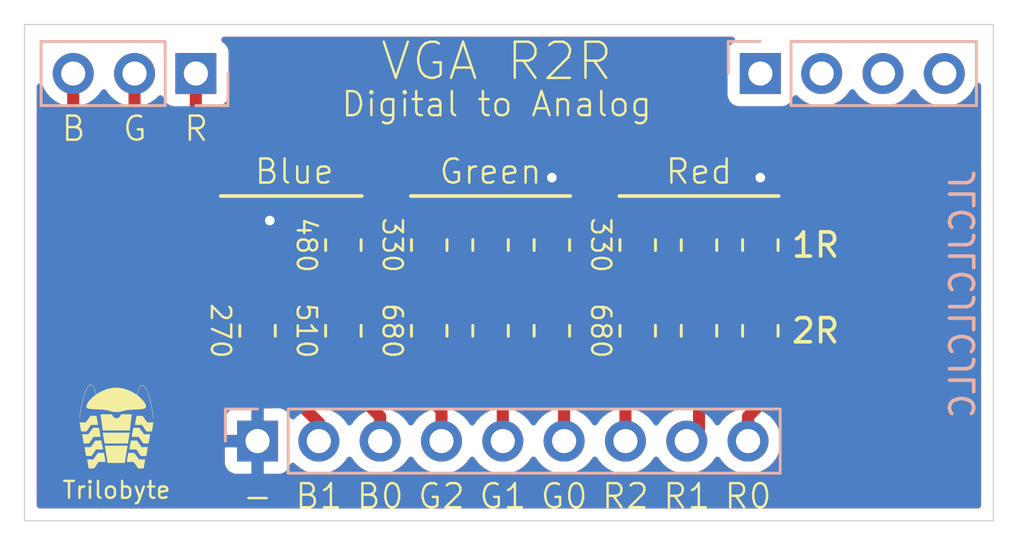
<source format=kicad_pcb>
(kicad_pcb (version 20211014) (generator pcbnew)
  (layers (0 "F.Cu" signal) (31 "B.Cu" signal) (34 "B.Paste" user) (35 "F.Paste" user) (36 "B.SilkS" user "B.Silkscreen") (37 "F.SilkS" user "F.Silkscreen") (38 "B.Mask" user) (39 "F.Mask" user) (44 "Edge.Cuts" user))
  (net 0 "")
  (net 1 "VGA_RED")
  (net 2 "VGA_GREEN")
  (net 3 "VGA_BLUE")
  (net 4 "GND")
  (net 5 "COLOR7")
  (net 6 "COLOR6")
  (net 7 "COLOR5")
  (net 8 "COLOR4")
  (net 9 "COLOR3")
  (net 10 "COLOR2")
  (net 11 "COLOR1")
  (net 12 "COLOR0")
  (net 13 "Net-(R1-Pad2)")
  (net 14 "Net-(R2-Pad2)")
  (net 15 "Net-(R10-Pad2)")
  (net 16 "Net-(R11-Pad2)")
  (footprint "Resistor_SMD:R_0805_2012Metric" (layer "F.Cu") (at 173.228 122.682 -90)
    (fp_text reference "R1" hide)
    (fp_text value "R_US" hide)
    (fp_line (start -0.227064 -0.735) (end 0.227064 -0.735) (layer "F.SilkS") (width 0.12))
    (fp_line (start -0.227064 0.735) (end 0.227064 0.735) (layer "F.SilkS") (width 0.12))
    (pad "1" smd roundrect locked (at -0.9125 0 270) (size 1.025 1.4) (layers "F.Cu" "F.Paste" "F.Mask") (roundrect_rratio 0.243902439) (net 4 "GND"))
    (pad "2" smd roundrect locked (at 0.9125 0 270) (size 1.025 1.4) (layers "F.Cu" "F.Paste" "F.Mask") (roundrect_rratio 0.243902439) (net 13 "Net-(R1-Pad2)"))
  )
  (footprint "Resistor_SMD:R_0805_2012Metric" (layer "F.Cu") (at 155.956 126.238 90)
    (fp_text reference "R6" hide)
    (fp_text value "R_US" hide)
    (fp_text user "510" (at 0 -1.524 270 unlocked) (layer "F.SilkS") (effects (font (size 0.8 0.8) (thickness 0.1))))
    (fp_line (start -0.227064 -0.735) (end 0.227064 -0.735) (layer "F.SilkS") (width 0.12))
    (fp_line (start -0.227064 0.735) (end 0.227064 0.735) (layer "F.SilkS") (width 0.12))
    (pad "1" smd roundrect locked (at -0.9125 0 90) (size 1.025 1.4) (layers "F.Cu" "F.Paste" "F.Mask") (roundrect_rratio 0.243902439) (net 6 "COLOR6"))
    (pad "2" smd roundrect locked (at 0.9125 0 90) (size 1.025 1.4) (layers "F.Cu" "F.Paste" "F.Mask") (roundrect_rratio 0.243902439) (net 3 "VGA_BLUE"))
  )
  (footprint "Resistor_SMD:R_0805_2012Metric" (layer "F.Cu") (at 155.956 122.682 -90)
    (fp_text reference "R3" hide)
    (fp_text value "R_US" hide)
    (fp_text user "480" (at 0 1.524 -90 unlocked) (layer "F.SilkS") (effects (font (size 0.8 0.8) (thickness 0.1))))
    (fp_line (start -0.227064 -0.735) (end 0.227064 -0.735) (layer "F.SilkS") (width 0.12))
    (fp_line (start -0.227064 0.735) (end 0.227064 0.735) (layer "F.SilkS") (width 0.12))
    (pad "1" smd roundrect locked (at -0.9125 0 270) (size 1.025 1.4) (layers "F.Cu" "F.Paste" "F.Mask") (roundrect_rratio 0.243902439) (net 4 "GND"))
    (pad "2" smd roundrect locked (at 0.9125 0 270) (size 1.025 1.4) (layers "F.Cu" "F.Paste" "F.Mask") (roundrect_rratio 0.243902439) (net 3 "VGA_BLUE"))
  )
  (footprint "Resistor_SMD:R_0805_2012Metric" (layer "F.Cu") (at 168.148 122.682 -90)
    (fp_text reference "R13" hide)
    (fp_text value "R_US" hide)
    (fp_text user "330" (at 0 1.524 -90 unlocked) (layer "F.SilkS") (effects (font (size 0.8 0.8) (thickness 0.1))))
    (fp_line (start -0.227064 0.735) (end 0.227064 0.735) (layer "F.SilkS") (width 0.12))
    (fp_line (start -0.227064 -0.735) (end 0.227064 -0.735) (layer "F.SilkS") (width 0.12))
    (pad "1" smd roundrect locked (at -0.9125 0 270) (size 1.025 1.4) (layers "F.Cu" "F.Paste" "F.Mask") (roundrect_rratio 0.243902439) (net 15 "Net-(R10-Pad2)"))
    (pad "2" smd roundrect locked (at 0.9125 0 270) (size 1.025 1.4) (layers "F.Cu" "F.Paste" "F.Mask") (roundrect_rratio 0.243902439) (net 1 "VGA_RED"))
  )
  (footprint "Resistor_SMD:R_0805_2012Metric" (layer "F.Cu") (at 164.592 126.238 90)
    (fp_text reference "R5" hide)
    (fp_text value "R_US" hide)
    (fp_line (start -0.227064 -0.735) (end 0.227064 -0.735) (layer "F.SilkS") (width 0.12))
    (fp_line (start -0.227064 0.735) (end 0.227064 0.735) (layer "F.SilkS") (width 0.12))
    (pad "1" smd roundrect locked (at -0.9125 0 90) (size 1.025 1.4) (layers "F.Cu" "F.Paste" "F.Mask") (roundrect_rratio 0.243902439) (net 9 "COLOR3"))
    (pad "2" smd roundrect locked (at 0.9125 0 90) (size 1.025 1.4) (layers "F.Cu" "F.Paste" "F.Mask") (roundrect_rratio 0.243902439) (net 14 "Net-(R2-Pad2)"))
  )
  (footprint "Resistor_SMD:R_0805_2012Metric" (layer "F.Cu") (at 159.512 122.682 -90)
    (fp_text reference "R14" hide)
    (fp_text value "R_US" hide)
    (fp_text user "330" (at 0 1.524 -90 unlocked) (layer "F.SilkS") (effects (font (size 0.8 0.8) (thickness 0.1))))
    (fp_line (start -0.227064 0.735) (end 0.227064 0.735) (layer "F.SilkS") (width 0.12))
    (fp_line (start -0.227064 -0.735) (end 0.227064 -0.735) (layer "F.SilkS") (width 0.12))
    (pad "1" smd roundrect locked (at -0.9125 0 270) (size 1.025 1.4) (layers "F.Cu" "F.Paste" "F.Mask") (roundrect_rratio 0.243902439) (net 16 "Net-(R11-Pad2)"))
    (pad "2" smd roundrect locked (at 0.9125 0 270) (size 1.025 1.4) (layers "F.Cu" "F.Paste" "F.Mask") (roundrect_rratio 0.243902439) (net 2 "VGA_GREEN"))
  )
  (footprint "Resistor_SMD:R_0805_2012Metric" (layer "F.Cu") (at 168.148 126.238 90)
    (fp_text reference "R15" hide)
    (fp_text value "R_US" hide)
    (fp_text user "680" (at 0 -1.524 270 unlocked) (layer "F.SilkS") (effects (font (size 0.8 0.8) (thickness 0.1))))
    (fp_line (start -0.227064 0.735) (end 0.227064 0.735) (layer "F.SilkS") (width 0.12))
    (fp_line (start -0.227064 -0.735) (end 0.227064 -0.735) (layer "F.SilkS") (width 0.12))
    (pad "1" smd roundrect locked (at -0.9125 0 90) (size 1.025 1.4) (layers "F.Cu" "F.Paste" "F.Mask") (roundrect_rratio 0.243902439) (net 10 "COLOR2"))
    (pad "2" smd roundrect locked (at 0.9125 0 90) (size 1.025 1.4) (layers "F.Cu" "F.Paste" "F.Mask") (roundrect_rratio 0.243902439) (net 1 "VGA_RED"))
  )
  (footprint "Resistor_SMD:R_0805_2012Metric" (layer "F.Cu") (at 159.512 126.238 90)
    (fp_text reference "R16" hide)
    (fp_text value "R_US" hide)
    (fp_text user "680" (at 0 -1.524 270 unlocked) (layer "F.SilkS") (effects (font (size 0.8 0.8) (thickness 0.1))))
    (fp_line (start -0.227064 -0.735) (end 0.227064 -0.735) (layer "F.SilkS") (width 0.12))
    (fp_line (start -0.227064 0.735) (end 0.227064 0.735) (layer "F.SilkS") (width 0.12))
    (pad "1" smd roundrect locked (at -0.9125 0 90) (size 1.025 1.4) (layers "F.Cu" "F.Paste" "F.Mask") (roundrect_rratio 0.243902439) (net 7 "COLOR5"))
    (pad "2" smd roundrect locked (at 0.9125 0 90) (size 1.025 1.4) (layers "F.Cu" "F.Paste" "F.Mask") (roundrect_rratio 0.243902439) (net 2 "VGA_GREEN"))
  )
  (footprint "Resistor_SMD:R_0805_2012Metric" (layer "F.Cu") (at 162.052 122.682 -90)
    (fp_text reference "R8" hide)
    (fp_text value "R_US" hide)
    (fp_line (start -0.227064 0.735) (end 0.227064 0.735) (layer "F.SilkS") (width 0.12))
    (fp_line (start -0.227064 -0.735) (end 0.227064 -0.735) (layer "F.SilkS") (width 0.12))
    (pad "1" smd roundrect locked (at -0.9125 0 270) (size 1.025 1.4) (layers "F.Cu" "F.Paste" "F.Mask") (roundrect_rratio 0.243902439) (net 14 "Net-(R2-Pad2)"))
    (pad "2" smd roundrect locked (at 0.9125 0 270) (size 1.025 1.4) (layers "F.Cu" "F.Paste" "F.Mask") (roundrect_rratio 0.243902439) (net 16 "Net-(R11-Pad2)"))
  )
  (footprint "Stephenv6:trilobyte-logo-tiny" (layer "F.Cu") (at 146.548 124.336558)
    (fp_text reference "REF**" hide)
    (fp_text value "trilobyte-logo-tiny" hide)
    (fp_line (start 1.18856 4.238838) (end 1.210349 4.268917) (layer "F.SilkS") (width 0.013229))
    (fp_line (start -1.47656 5.210416) (end -1.499947 5.371484) (layer "F.SilkS") (width 0.013229))
    (fp_line (start 1.210349 4.268917) (end 1.252942 4.340618) (layer "F.SilkS") (width 0.013229))
    (fp_line (start 1.089605 4.160794) (end 1.108118 4.167306) (layer "F.SilkS") (width 0.013229))
    (fp_line (start -0.985756 4.167441) (end -1.001398 4.154511) (layer "F.SilkS") (width 0.013229))
    (fp_line (start -1.308313 4.495001) (end -1.341206 4.594051) (layer "F.SilkS") (width 0.013229))
    (fp_line (start -1.017583 4.145139) (end -1.034326 4.13949) (layer "F.SilkS") (width 0.013229))
    (fp_line (start -1.051645 4.137731) (end -1.069555 4.140024) (layer "F.SilkS") (width 0.013229))
    (fp_line (start -0.82438 4.584313) (end -0.84485 4.497365) (layer "F.SilkS") (width 0.013229))
    (fp_line (start -1.190348 4.248147) (end -1.190348 4.248147) (layer "F.SilkS") (width 0.013229))
    (fp_line (start 1.054383 4.16026) (end 1.071699 4.1585) (layer "F.SilkS") (width 0.013229))
    (fp_line (start -1.069555 4.140024) (end -1.088073 4.146536) (layer "F.SilkS") (width 0.013229))
    (fp_line (start -0.787086 4.771878) (end -0.82438 4.584313) (layer "F.SilkS") (width 0.013229))
    (fp_line (start 0.961979 4.246704) (end 0.990699 4.204535) (layer "F.SilkS") (width 0.013229))
    (fp_line (start 0.807092 4.792648) (end 0.844399 4.605083) (layer "F.SilkS") (width 0.013229))
    (fp_line (start 0.773786 4.989642) (end 0.807092 4.792648) (layer "F.SilkS") (width 0.013229))
    (fp_line (start -1.190348 4.248147) (end -1.232963 4.319849) (layer "F.SilkS") (width 0.013229))
    (fp_line (start 1.021458 4.17528) (end 1.037641 4.165909) (layer "F.SilkS") (width 0.013229))
    (fp_line (start -1.168547 4.218069) (end -1.190348 4.248147) (layer "F.SilkS") (width 0.013229))
    (fp_line (start 0.886745 4.437504) (end 0.910131 4.364508) (layer "F.SilkS") (width 0.013229))
    (fp_line (start 1.167459 4.213803) (end 1.18856 4.238838) (layer "F.SilkS") (width 0.013229))
    (fp_line (start 1.037641 4.165909) (end 1.054383 4.16026) (layer "F.SilkS") (width 0.013229))
    (fp_line (start 0.935166 4.300469) (end 0.961979 4.246704) (layer "F.SilkS") (width 0.013229))
    (fp_line (start -1.232963 4.319849) (end -1.272259 4.402867) (layer "F.SilkS") (width 0.013229))
    (fp_line (start -1.397819 4.804102) (end -1.442727 5.015423) (layer "F.SilkS") (width 0.013229))
    (fp_line (start 0.844399 4.605083) (end 0.864877 4.518135) (layer "F.SilkS") (width 0.013229))
    (fp_line (start -1.272259 4.402867) (end -1.308313 4.495001) (layer "F.SilkS") (width 0.013229))
    (fp_line (start -0.753785 4.968872) (end -0.787086 4.771878) (layer "F.SilkS") (width 0.013229))
    (fp_line (start -1.499947 5.371484) (end -1.517902 5.521455) (layer "F.SilkS") (width 0.013229))
    (fp_line (start -1.107215 4.157432) (end -1.126997 4.172876) (layer "F.SilkS") (width 0.013229))
    (fp_line (start 0.864877 4.518135) (end 0.886745 4.437504) (layer "F.SilkS") (width 0.013229))
    (fp_line (start -0.890087 4.343738) (end -0.915115 4.279699) (layer "F.SilkS") (width 0.013229))
    (fp_line (start 1.51993 5.392142) (end 1.537903 5.542092) (layer "F.SilkS") (width 0.013229))
    (fp_line (start 1.108118 4.167306) (end 1.127254 4.178202) (layer "F.SilkS") (width 0.013229))
    (fp_line (start 1.127254 4.178202) (end 1.147029 4.193646) (layer "F.SilkS") (width 0.013229))
    (fp_line (start -1.126997 4.172876) (end -1.147436 4.193033) (layer "F.SilkS") (width 0.013229))
    (fp_line (start -0.866709 4.416734) (end -0.890087 4.343738) (layer "F.SilkS") (width 0.013229))
    (fp_line (start 1.496527 5.231095) (end 1.51993 5.392142) (layer "F.SilkS") (width 0.013229))
    (fp_line (start -0.97064 4.183765) (end -0.985756 4.167441) (layer "F.SilkS") (width 0.013229))
    (fp_line (start -1.034326 4.13949) (end -1.051645 4.137731) (layer "F.SilkS") (width 0.013229))
    (fp_line (start -1.442727 5.015423) (end -1.47656 5.210416) (layer "F.SilkS") (width 0.013229))
    (fp_line (start 0.990699 4.204535) (end 1.005816 4.188211) (layer "F.SilkS") (width 0.013229))
    (fp_line (start 1.292222 4.423631) (end 1.328265 4.515758) (layer "F.SilkS") (width 0.013229))
    (fp_line (start 1.390957 4.718557) (end 1.417762 4.82483) (layer "F.SilkS") (width 0.013229))
    (fp_line (start 1.252942 4.340618) (end 1.292222 4.423631) (layer "F.SilkS") (width 0.013229))
    (fp_line (start -0.915115 4.279699) (end -0.941923 4.225934) (layer "F.SilkS") (width 0.013229))
    (fp_line (start 1.005816 4.188211) (end 1.021458 4.17528) (layer "F.SilkS") (width 0.013229))
    (fp_line (start -1.088073 4.146536) (end -1.107215 4.157432) (layer "F.SilkS") (width 0.013229))
    (fp_line (start 1.147029 4.193646) (end 1.167459 4.213803) (layer "F.SilkS") (width 0.013229))
    (fp_line (start 1.361151 4.6148) (end 1.390957 4.718557) (layer "F.SilkS") (width 0.013229))
    (fp_line (start -1.001398 4.154511) (end -1.017583 4.145139) (layer "F.SilkS") (width 0.013229))
    (fp_line (start 1.417762 4.82483) (end 1.462679 5.036126) (layer "F.SilkS") (width 0.013229))
    (fp_line (start -1.341206 4.594051) (end -1.371015 4.697818) (layer "F.SilkS") (width 0.013229))
    (fp_line (start -1.147436 4.193033) (end -1.168547 4.218069) (layer "F.SilkS") (width 0.013229))
    (fp_line (start 1.328265 4.515758) (end 1.361151 4.6148) (layer "F.SilkS") (width 0.013229))
    (fp_line (start -0.84485 4.497365) (end -0.866709 4.416734) (layer "F.SilkS") (width 0.013229))
    (fp_line (start -1.371015 4.697818) (end -1.397819 4.804102) (layer "F.SilkS") (width 0.013229))
    (fp_line (start -0.941923 4.225934) (end -0.97064 4.183765) (layer "F.SilkS") (width 0.013229))
    (fp_line (start 1.210349 4.268917) (end 1.210349 4.268917) (layer "F.SilkS") (width 0.013229))
    (fp_line (start 1.462679 5.036126) (end 1.496527 5.231095) (layer "F.SilkS") (width 0.013229))
    (fp_line (start 1.071699 4.1585) (end 1.089605 4.160794) (layer "F.SilkS") (width 0.013229))
    (fp_line (start 0.910131 4.364508) (end 0.935166 4.300469) (layer "F.SilkS") (width 0.013229))
    (fp_poly (pts (xy -0.46539 6.67398) (xy -0.352942 7.371156) (xy 0.347014 7.371156) (xy 0.459462 6.67398) (xy -0.46539 6.67398)) (layer "F.SilkS") (width 0.013229) (fill solid))
    (fp_poly (pts (xy -0.00303 4.266536) (xy -0.069113 4.268348) (xy -0.13437 4.273651) (xy -0.198703 4.282246) (xy -0.262016 4.293934) (xy -0.32421 4.308515) (xy -0.38519 4.32579) (xy -0.444857 4.34556) (xy -0.503115 4.367625) (xy -0.615016 4.417845) (xy -0.720114 4.474856) (xy -0.817634 4.537063) (xy -0.906797 4.602871) (xy -0.986828 4.670687) (xy -1.056949 4.738917) (xy -1.116383 4.805965) (xy -1.164355 4.870239) (xy -1.200085 4.930143) (xy -1.222799 4.984083) (xy -1.229031 5.008318) (xy -1.231718 5.030465) (xy -1.230762 5.050323) (xy -1.226067 5.067695) (xy -1.219423 5.079972) (xy -1.210251 5.09087) (xy -1.198654 5.100477) (xy -1.184733 5.108882) (xy -1.168593 5.116176) (xy -1.150335 5.122447) (xy -1.130063 5.127785) (xy -1.107878 5.13228) (xy -1.058184 5.139097) (xy -1.002073 5.143613) (xy -0.87389 5.148607) (xy -0.729899 5.152988) (xy -0.65403 5.156737) (xy -0.576674 5.162479) (xy -0.498651 5.170931) (xy -0.420785 5.182808) (xy -0.382167 5.190254) (xy -0.343895 5.198825) (xy -0.306074 5.208609) (xy -0.268804 5.219698) (xy -0.237212 5.229651) (xy -0.205341 5.238342) (xy -0.17323 5.24577) (xy -0.140914 5.251933) (xy -0.108432 5.256832) (xy -0.07582 5.260466) (xy -0.043116 5.262834) (xy -0.010356 5.263936) (xy 0.022421 5.263771) (xy 0.05518 5.262339) (xy 0.087882 5.259639) (xy 0.120491 5.255671) (xy 0.15297 5.250434) (xy 0.185281 5.243928) (xy 0.217387 5.236152) (xy 0.249251 5.227106) (xy 0.326672 5.207381) (xy 0.405603 5.192106) (xy 0.485243 5.180607) (xy 0.564789 5.172209) (xy 0.720386 5.162017) (xy 0.865977 5.156131) (xy 0.995141 5.149154) (xy 1.051557 5.14357) (xy 1.101458 5.135688) (xy 1.144043 5.124835) (xy 1.178509 5.110334) (xy 1.192447 5.101506) (xy 1.204054 5.091512) (xy 1.213229 5.08027) (xy 1.219874 5.067695) (xy 1.224588 5.049974) (xy 1.225549 5.029809) (xy 1.222856 5.007398) (xy 1.216606 4.982938) (xy 1.206899 4.956625) (xy 1.193833 4.928658) (xy 1.177505 4.899232) (xy 1.158015 4.868546) (xy 1.13546 4.836796) (xy 1.109939 4.80418) (xy 1.08155 4.770895) (xy 1.050391 4.737138) (xy 1.016561 4.703106) (xy 0.980158 4.668996) (xy 0.94128 4.635006) (xy 0.900026 4.601333) (xy 0.856493 4.568174) (xy 0.810781 4.535726) (xy 0.762987 4.504186) (xy 0.71321 4.473751) (xy 0.661548 4.444619) (xy 0.608099 4.416987) (xy 0.552962 4.391052) (xy 0.496234 4.367012) (xy 0.438015 4.345062) (xy 0.378403 4.325401) (xy 0.317495 4.308226) (xy 0.255391 4.293733) (xy 0.192188 4.282121) (xy 0.127984 4.273586) (xy 0.062879 4.268325) (xy -0.00303 4.266536)) (layer "F.SilkS") (width 0.013229) (fill solid))
    (fp_poly (pts (xy -0.643983 5.370907) (xy -0.174877 5.370907) (xy -0.174098 5.37687) (xy -0.173147 5.382805) (xy -0.172026 5.388707) (xy -0.170736 5.394574) (xy -0.169277 5.4004) (xy -0.16765 5.406184) (xy -0.165856 5.41192) (xy -0.163897 5.417606) (xy -0.162846 5.420012) (xy -0.161749 5.422396) (xy -0.160607 5.424757) (xy -0.15942 5.427094) (xy -0.158188 5.429406) (xy -0.156912 5.431694) (xy -0.155592 5.433956) (xy -0.154229 5.436192) (xy -0.152823 5.438401) (xy -0.151373 5.440583) (xy -0.149882 5.442736) (xy -0.148349 5.444861) (xy -0.146774 5.446956) (xy -0.145158 5.449022) (xy -0.143501 5.451056) (xy -0.141804 5.45306) (xy -0.139515 5.455978) (xy -0.137175 5.458852) (xy -0.134784 5.461681) (xy -0.132342 5.464465) (xy -0.12985 5.467202) (xy -0.127309 5.469892) (xy -0.124719 5.472535) (xy -0.122081 5.475129) (xy -0.119397 5.477675) (xy -0.116665 5.480171) (xy -0.113888 5.482617) (xy -0.111066 5.485012) (xy -0.108199 5.487355) (xy -0.105289 5.489647) (xy -0.102335 5.491885) (xy -0.099339 5.494071) (xy -0.095465 5.49671) (xy -0.091534 5.499255) (xy -0.087548 5.501704) (xy -0.083508 5.504058) (xy -0.079415 5.506314) (xy -0.075273 5.508472) (xy -0.071082 5.510532) (xy -0.066844 5.512492) (xy -0.062561 5.514352) (xy -0.058235 5.516111) (xy -0.053868 5.517768) (xy -0.049461 5.519322) (xy -0.045016 5.520773) (xy -0.040535 5.52212) (xy -0.03602 5.523361) (xy -0.031473 5.524497) (xy -0.027056 5.525552) (xy -0.022616 5.5265) (xy -0.018156 5.52734) (xy -0.013678 5.528073) (xy -0.009184 5.528698) (xy -0.004675 5.529214) (xy -0.000154 5.529622) (xy 0.004378 5.529922) (xy 0.008588 5.530073) (xy 0.012799 5.530125) (xy 0.01701 5.530076) (xy 0.021217 5.529928) (xy 0.025419 5.529679) (xy 0.029615 5.52933) (xy 0.033802 5.528882) (xy 0.03798 5.528334) (xy 0.042011 5.527593) (xy 0.046021 5.526761) (xy 0.050008 5.525841) (xy 0.05397 5.524831) (xy 0.057907 5.523733) (xy 0.061817 5.522548) (xy 0.065698 5.521275) (xy 0.069549 5.519915) (xy 0.073369 5.518469) (xy 0.077155 5.516937) (xy 0.080907 5.51532) (xy 0.084623 5.513618) (xy 0.088302 5.511833) (xy 0.091942 5.509964) (xy 0.095541 5.508011) (xy 0.099099 5.505976) (xy 0.102816 5.503865) (xy 0.106485 5.501676) (xy 0.110102 5.49941) (xy 0.113669 5.497068) (xy 0.117182 5.494651) (xy 0.120641 5.492159) (xy 0.124046 5.489595) (xy 0.127394 5.486959) (xy 0.130684 5.484251) (xy 0.133917 5.481473) (xy 0.137089 5.478625) (xy 0.140201 5.475709) (xy 0.14325 5.472726) (xy 0.146237 5.469675) (xy 0.149159 5.466559) (xy 0.152016 5.463379) (xy 0.15456 5.46061) (xy 0.15703 5.457782) (xy 0.159426 5.454895) (xy 0.161747 5.45195) (xy 0.163991 5.44895) (xy 0.166158 5.445896) (xy 0.168247 5.442789) (xy 0.170256 5.439632) (xy 0.172185 5.436424) (xy 0.174034 5.433169) (xy 0.1758 5.429867) (xy 0.177483 5.42652) (xy 0.179083 5.423129) (xy 0.180598 5.419696) (xy 0.182026 5.416223) (xy 0.183369 5.412711) (xy 0.184965 5.407551) (xy 0.186493 5.40237) (xy 0.187952 5.39717) (xy 0.189343 5.391952) (xy 0.190665 5.386716) (xy 0.191918 5.381463) (xy 0.193102 5.376193) (xy 0.194217 5.370907) (xy 0.634483 5.370907) (xy 0.559474 6.024692) (xy -0.555877 6.024692) (xy -0.643983 5.370907)) (layer "F.SilkS") (width 0.013229) (fill solid))
    (fp_poly (pts (xy 0.504838 6.969519) (xy 0.439221 7.330279) (xy 0.724706 7.330279) (xy 0.911767 7.60227) (xy 1.129783 7.60227) (xy 1.191431 7.239527) (xy 0.940739 7.241511) (xy 0.745873 6.969519) (xy 0.504838 6.969519)) (layer "F.SilkS") (width 0.013229) (fill solid))
    (fp_poly (pts (xy 0.845621 5.434804) (xy 0.780004 5.795431) (xy 1.06549 5.795431) (xy 1.25255 6.067422) (xy 1.470566 6.067422) (xy 1.532214 5.704811) (xy 1.281522 5.706795) (xy 1.086656 5.434804) (xy 0.845621 5.434804)) (layer "F.SilkS") (width 0.013229) (fill solid))
    (fp_poly (pts (xy -0.825091 5.434804) (xy -0.759606 5.795431) (xy -1.045092 5.795431) (xy -1.232152 6.067422) (xy -1.450169 6.067422) (xy -1.511817 5.704811) (xy -1.261124 5.706795) (xy -1.066258 5.434804) (xy -0.825091 5.434804)) (layer "F.SilkS") (width 0.013229) (fill solid))
    (fp_poly (pts (xy 0.612523 6.455963) (xy 0.547039 6.81659) (xy 0.832392 6.81659) (xy 1.019584 7.088582) (xy 1.237469 7.088582) (xy 1.299249 6.72597) (xy 1.048556 6.727955) (xy 0.853691 6.455963) (xy 0.612523 6.455963)) (layer "F.SilkS") (width 0.013229) (fill solid))
    (fp_poly (pts (xy -0.620965 6.455963) (xy -0.55548 6.81659) (xy -0.840833 6.81659) (xy -1.028026 7.088582) (xy -1.24591 7.088582) (xy -1.307691 6.72597) (xy -1.056866 6.727955) (xy -0.862132 6.455963) (xy -0.620965 6.455963)) (layer "F.SilkS") (width 0.013229) (fill solid))
    (fp_poly (pts (xy -0.301348 4.606922) (xy -0.30145 4.607871) (xy -0.30172 4.609548) (xy -0.302538 4.614033) (xy -0.303729 4.620152) (xy -0.314845 4.62122) (xy -0.325934 4.622514) (xy -0.336992 4.624032) (xy -0.348016 4.625774) (xy -0.359003 4.627739) (xy -0.369948 4.629927) (xy -0.380849 4.632336) (xy -0.391702 4.634968) (xy -0.397398 4.636709) (xy -0.40307 4.638525) (xy -0.408716 4.640416) (xy -0.414337 4.64238) (xy -0.419932 4.644419) (xy -0.425499 4.646531) (xy -0.431039 4.648716) (xy -0.43655 4.650975) (xy -0.438162 4.651618) (xy -0.439975 4.652373) (xy -0.444504 4.654316) (xy -0.450744 4.657003) (xy -0.459304 4.660633) (xy -0.482323 4.670422) (xy -0.48719 4.672742) (xy -0.492019 4.675137) (xy -0.49681 4.677607) (xy -0.501562 4.680151) (xy -0.506273 4.682769) (xy -0.510944 4.68546) (xy -0.515572 4.688223) (xy -0.520158 4.691059) (xy -0.525081 4.694723) (xy -0.52995 4.698538) (xy -0.539654 4.706439) (xy -0.544556 4.710431) (xy -0.549533 4.714389) (xy -0.554619 4.718266) (xy -0.557212 4.72016) (xy -0.559846 4.722016) (xy -0.560278 4.722556) (xy -0.560719 4.723088) (xy -0.561169 4.723612) (xy -0.561628 4.724129) (xy -0.562096 4.724638) (xy -0.562572 4.725139) (xy -0.563056 4.725632) (xy -0.563549 4.726117) (xy -0.564348 4.726898) (xy -0.565077 4.727576) (xy -0.565766 4.728187) (xy -0.566444 4.728763) (xy -0.567884 4.729949) (xy -0.568706 4.730628) (xy -0.569635 4.731409) (xy -0.574662 4.736436) (xy -0.581938 4.744638) (xy -0.586833 4.750326) (xy -0.591159 4.748767) (xy -0.595439 4.747094) (xy -0.599671 4.745308) (xy -0.603853 4.743409) (xy -0.607983 4.7414) (xy -0.612059 4.739281) (xy -0.616078 4.737052) (xy -0.620038 4.734716) (xy -0.622086 4.733576) (xy -0.624096 4.732377) (xy -0.626066 4.73112) (xy -0.627996 4.729806) (xy -0.629883 4.728436) (xy -0.631728 4.727011) (xy -0.633529 4.725532) (xy -0.635284 4.724001) (xy -0.636993 4.722418) (xy -0.638654 4.720784) (xy -0.640266 4.719101) (xy -0.641828 4.717369) (xy -0.64334 4.71559) (xy -0.644799 4.713764) (xy -0.646204 4.711893) (xy -0.647555 4.709977) (xy -0.657609 4.691457) (xy -0.641734 4.673862) (xy -0.635913 4.667925) (xy -0.63113 4.663091) (xy -0.628998 4.660961) (xy -0.627315 4.65931) (xy -0.623572 4.655681) (xy -0.619768 4.652119) (xy -0.615903 4.648625) (xy -0.611978 4.645198) (xy -0.607994 4.641841) (xy -0.603952 4.638553) (xy -0.599853 4.635336) (xy -0.595697 4.63219) (xy -0.592168 4.629313) (xy -0.588592 4.626497) (xy -0.584971 4.623741) (xy -0.581303 4.621046) (xy -0.577592 4.618414) (xy -0.573836 4.615843) (xy -0.570037 4.613336) (xy -0.566196 4.610892) (xy -0.564048 4.609563) (xy -0.561863 4.608246) (xy -0.557332 4.6056) (xy -0.547278 4.599911) (xy -0.540529 4.596182) (xy -0.535157 4.593297) (xy -0.531149 4.591205) (xy -0.528493 4.589857) (xy -0.516851 4.584036) (xy -0.501875 4.577167) (xy -0.486736 4.570687) (xy -0.47144 4.564597) (xy -0.455997 4.558902) (xy -0.440413 4.553604) (xy -0.424696 4.548705) (xy -0.408854 4.544208) (xy -0.392894 4.540116) (xy -0.378848 4.537192) (xy -0.364865 4.534588) (xy -0.351501 4.532325) (xy -0.339316 4.530425) (xy -0.313519 4.526886) (xy -0.312543 4.529197) (xy -0.310178 4.534956) (xy -0.308739 4.538578) (xy -0.307268 4.542401) (xy -0.305872 4.546206) (xy -0.304655 4.549773) (xy -0.303712 4.553266) (xy -0.302866 4.55678) (xy -0.302119 4.560311) (xy -0.301469 4.563858) (xy -0.300917 4.567419) (xy -0.300463 4.570992) (xy -0.300108 4.574575) (xy -0.29985 4.578165) (xy -0.299692 4.581761) (xy -0.299632 4.585361) (xy -0.29967 4.588962) (xy -0.299808 4.592563) (xy -0.300044 4.596162) (xy -0.300379 4.599756) (xy -0.300814 4.603344) (xy -0.301348 4.606922)) (layer "F.SilkS") (width 0.013229) (fill solid))
    (fp_poly (pts (xy -0.513279 6.969519) (xy -0.447662 7.330279) (xy -0.733148 7.330279) (xy -0.920208 7.60227) (xy -1.138225 7.60227) (xy -1.199873 7.239527) (xy -0.94918 7.241511) (xy -0.754314 6.969519) (xy -0.513279 6.969519)) (layer "F.SilkS") (width 0.013229) (fill solid))
    (fp_poly (pts (xy -0.55548 6.131452) (xy 0.546509 6.131452) (xy 0.481951 6.567088) (xy -0.479545 6.567088) (xy -0.55548 6.131452)) (layer "F.SilkS") (width 0.013229) (fill solid))
    (fp_poly (pts (xy -0.720448 5.929045) (xy -0.654963 6.289804) (xy -0.940449 6.289804) (xy -1.127509 6.561796) (xy -1.345394 6.561796) (xy -1.407174 6.199185) (xy -1.156481 6.201037) (xy -0.961616 5.929045) (xy -0.720448 5.929045)) (layer "F.SilkS") (width 0.013229) (fill solid))
    (fp_poly (pts (xy 0.591489 4.7199) (xy 0.588609 4.722146) (xy 0.585669 4.72431) (xy 0.582672 4.726392) (xy 0.579619 4.728389) (xy 0.576512 4.7303) (xy 0.573352 4.732125) (xy 0.570142 4.733862) (xy 0.566882 4.73551) (xy 0.565314 4.734224) (xy 0.561277 4.730979) (xy 0.558646 4.728908) (xy 0.555776 4.726692) (xy 0.552791 4.724445) (xy 0.549817 4.722281) (xy 0.547521 4.720793) (xy 0.545204 4.719338) (xy 0.542868 4.717915) (xy 0.540512 4.716525) (xy 0.538137 4.715169) (xy 0.535743 4.713846) (xy 0.53333 4.712556) (xy 0.530899 4.711301) (xy 0.520299 4.70505) (xy 0.513728 4.701106) (xy 0.506425 4.696617) (xy 0.482745 4.685768) (xy 0.478228 4.683897) (xy 0.472806 4.681717) (xy 0.469752 4.680537) (xy 0.466467 4.679313) (xy 0.462949 4.678054) (xy 0.459197 4.676772) (xy 0.447902 4.673267) (xy 0.441058 4.671191) (xy 0.433532 4.668967) (xy 0.42064 4.665311) (xy 0.412848 4.663193) (xy 0.404213 4.660947) (xy 0.394779 4.65862) (xy 0.384586 4.656261) (xy 0.373678 4.653917) (xy 0.362095 4.651637) (xy 0.351921 4.649786) (xy 0.341721 4.648099) (xy 0.331496 4.646577) (xy 0.321249 4.645221) (xy 0.310981 4.64403) (xy 0.300695 4.643004) (xy 0.290391 4.642144) (xy 0.280074 4.641451) (xy 0.278916 4.632802) (xy 0.277953 4.624875) (xy 0.277516 4.620852) (xy 0.277163 4.617109) (xy 0.276691 4.612367) (xy 0.276377 4.607617) (xy 0.276222 4.602861) (xy 0.276226 4.598103) (xy 0.276388 4.593349) (xy 0.276709 4.588601) (xy 0.277187 4.583864) (xy 0.277825 4.579142) (xy 0.278632 4.575153) (xy 0.279516 4.571182) (xy 0.280477 4.56723) (xy 0.281515 4.563298) (xy 0.282629 4.559387) (xy 0.283818 4.555497) (xy 0.285083 4.551631) (xy 0.286423 4.547788) (xy 0.286424 4.547788) (xy 0.309525 4.55017) (xy 0.320343 4.551393) (xy 0.332132 4.552811) (xy 0.344372 4.554397) (xy 0.356538 4.556123) (xy 0.366155 4.557602) (xy 0.375748 4.559216) (xy 0.385316 4.560966) (xy 0.394859 4.56285) (xy 0.404373 4.56487) (xy 0.413859 4.567023) (xy 0.423314 4.569311) (xy 0.432738 4.571733) (xy 0.44153 4.574085) (xy 0.450284 4.576569) (xy 0.458999 4.579185) (xy 0.467672 4.581932) (xy 0.476303 4.58481) (xy 0.48489 4.587818) (xy 0.493432 4.590956) (xy 0.501926 4.594223) (xy 0.515156 4.599647) (xy 0.522316 4.602458) (xy 0.525927 4.603926) (xy 0.529576 4.605468) (xy 0.533807 4.607359) (xy 0.53882 4.609685) (xy 0.549155 4.614596) (xy 0.553969 4.617186) (xy 0.558496 4.619689) (xy 0.566733 4.624386) (xy 0.573954 4.628586) (xy 0.580244 4.632191) (xy 0.583443 4.633977) (xy 0.586617 4.635806) (xy 0.589766 4.637678) (xy 0.592889 4.639593) (xy 0.595986 4.641549) (xy 0.599056 4.643548) (xy 0.602099 4.645588) (xy 0.605114 4.647669) (xy 0.60785 4.649735) (xy 0.610547 4.651849) (xy 0.613205 4.654011) (xy 0.615823 4.656222) (xy 0.618401 4.658479) (xy 0.620937 4.660783) (xy 0.623432 4.663133) (xy 0.625884 4.665528) (xy 0.608422 4.696881) (xy 0.607693 4.698537) (xy 0.606917 4.700169) (xy 0.606095 4.701775) (xy 0.605227 4.703354) (xy 0.604313 4.704906) (xy 0.603356 4.706429) (xy 0.602354 4.707924) (xy 0.60131 4.709388) (xy 0.600223 4.710821) (xy 0.599095 4.712222) (xy 0.597926 4.713589) (xy 0.596716 4.714923) (xy 0.595467 4.716222) (xy 0.594178 4.717485) (xy 0.592852 4.718711) (xy 0.591488 4.7199) (xy 0.591489 4.7199)) (layer "F.SilkS") (width 0.013229) (fill solid))
    (fp_poly (pts (xy 0.712006 5.929045) (xy 0.646522 6.289804) (xy 0.932007 6.289804) (xy 1.119068 6.561796) (xy 1.337084 6.561796) (xy 1.398732 6.199185) (xy 1.14804 6.201037) (xy 0.953174 5.929045) (xy 0.712006 5.929045)) (layer "F.SilkS") (width 0.013229) (fill solid))
  )
  (footprint "Resistor_SMD:R_0805_2012Metric" (layer "F.Cu") (at 152.4 126.238 90)
    (fp_text reference "R12" hide)
    (fp_text value "R_US" hide)
    (fp_text user "270" (at 0 -1.524 270 unlocked) (layer "F.SilkS") (effects (font (size 0.8 0.8) (thickness 0.1))))
    (fp_line (start -0.227064 -0.735) (end 0.227064 -0.735) (layer "F.SilkS") (width 0.12))
    (fp_line (start -0.227064 0.735) (end 0.227064 0.735) (layer "F.SilkS") (width 0.12))
    (pad "1" smd roundrect locked (at -0.9125 0 90) (size 1.025 1.4) (layers "F.Cu" "F.Paste" "F.Mask") (roundrect_rratio 0.243902439) (net 5 "COLOR7"))
    (pad "2" smd roundrect locked (at 0.9125 0 90) (size 1.025 1.4) (layers "F.Cu" "F.Paste" "F.Mask") (roundrect_rratio 0.243902439) (net 3 "VGA_BLUE"))
  )
  (footprint "Resistor_SMD:R_0805_2012Metric" (layer "F.Cu") (at 170.688 126.238 90)
    (fp_text reference "R10" hide)
    (fp_text value "R_US" hide)
    (fp_line (start -0.227064 -0.735) (end 0.227064 -0.735) (layer "F.SilkS") (width 0.12))
    (fp_line (start -0.227064 0.735) (end 0.227064 0.735) (layer "F.SilkS") (width 0.12))
    (pad "1" smd roundrect locked (at -0.9125 0 90) (size 1.025 1.4) (layers "F.Cu" "F.Paste" "F.Mask") (roundrect_rratio 0.243902439) (net 11 "COLOR1"))
    (pad "2" smd roundrect locked (at 0.9125 0 90) (size 1.025 1.4) (layers "F.Cu" "F.Paste" "F.Mask") (roundrect_rratio 0.243902439) (net 15 "Net-(R10-Pad2)"))
  )
  (footprint "Resistor_SMD:R_0805_2012Metric" (layer "F.Cu") (at 170.688 122.682 -90)
    (fp_text reference "R7" hide)
    (fp_text value "R_US" hide)
    (fp_line (start -0.227064 -0.735) (end 0.227064 -0.735) (layer "F.SilkS") (width 0.12))
    (fp_line (start -0.227064 0.735) (end 0.227064 0.735) (layer "F.SilkS") (width 0.12))
    (pad "1" smd roundrect locked (at -0.9125 0 270) (size 1.025 1.4) (layers "F.Cu" "F.Paste" "F.Mask") (roundrect_rratio 0.243902439) (net 13 "Net-(R1-Pad2)"))
    (pad "2" smd roundrect locked (at 0.9125 0 270) (size 1.025 1.4) (layers "F.Cu" "F.Paste" "F.Mask") (roundrect_rratio 0.243902439) (net 15 "Net-(R10-Pad2)"))
  )
  (footprint "Resistor_SMD:R_0805_2012Metric" (layer "F.Cu") (at 164.592 122.682 -90)
    (fp_text reference "R2" hide)
    (fp_text value "R_US" hide)
    (fp_line (start -0.227064 -0.735) (end 0.227064 -0.735) (layer "F.SilkS") (width 0.12))
    (fp_line (start -0.227064 0.735) (end 0.227064 0.735) (layer "F.SilkS") (width 0.12))
    (pad "1" smd roundrect locked (at -0.9125 0 270) (size 1.025 1.4) (layers "F.Cu" "F.Paste" "F.Mask") (roundrect_rratio 0.243902439) (net 4 "GND"))
    (pad "2" smd roundrect locked (at 0.9125 0 270) (size 1.025 1.4) (layers "F.Cu" "F.Paste" "F.Mask") (roundrect_rratio 0.243902439) (net 14 "Net-(R2-Pad2)"))
  )
  (footprint "Resistor_SMD:R_0805_2012Metric" (layer "F.Cu") (at 173.228 126.238 90)
    (fp_text reference "R4" hide)
    (fp_text value "R_US" hide)
    (fp_line (start -0.227064 0.735) (end 0.227064 0.735) (layer "F.SilkS") (width 0.12))
    (fp_line (start -0.227064 -0.735) (end 0.227064 -0.735) (layer "F.SilkS") (width 0.12))
    (pad "1" smd roundrect locked (at -0.9125 0 90) (size 1.025 1.4) (layers "F.Cu" "F.Paste" "F.Mask") (roundrect_rratio 0.243902439) (net 12 "COLOR0"))
    (pad "2" smd roundrect locked (at 0.9125 0 90) (size 1.025 1.4) (layers "F.Cu" "F.Paste" "F.Mask") (roundrect_rratio 0.243902439) (net 13 "Net-(R1-Pad2)"))
  )
  (footprint "Resistor_SMD:R_0805_2012Metric" (layer "F.Cu") (at 162.052 126.238 90)
    (fp_text reference "R11" hide)
    (fp_text value "R_US" hide)
    (fp_line (start -0.227064 0.735) (end 0.227064 0.735) (layer "F.SilkS") (width 0.12))
    (fp_line (start -0.227064 -0.735) (end 0.227064 -0.735) (layer "F.SilkS") (width 0.12))
    (pad "1" smd roundrect locked (at -0.9125 0 90) (size 1.025 1.4) (layers "F.Cu" "F.Paste" "F.Mask") (roundrect_rratio 0.243902439) (net 8 "COLOR4"))
    (pad "2" smd roundrect locked (at 0.9125 0 90) (size 1.025 1.4) (layers "F.Cu" "F.Paste" "F.Mask") (roundrect_rratio 0.243902439) (net 16 "Net-(R11-Pad2)"))
  )
  (footprint "Connector_PinHeader_2.54mm:PinHeader_1x09_P2.54mm_Vertical" (layer "B.Cu") (at 152.4 130.81 -90)
    (fp_text reference "J2" hide)
    (fp_text value "Conn_01x09" hide)
    (fp_line (start -1.33 -1.27) (end -1.33 -21.65) (layer "B.SilkS") (width 0.12))
    (fp_line (start -1.33 -1.27) (end 1.33 -1.27) (layer "B.SilkS") (width 0.12))
    (fp_line (start 1.33 -1.27) (end 1.33 -21.65) (layer "B.SilkS") (width 0.12))
    (fp_line (start -1.33 0) (end -1.33 1.33) (layer "B.SilkS") (width 0.12))
    (fp_line (start -1.33 -21.65) (end 1.33 -21.65) (layer "B.SilkS") (width 0.12))
    (fp_line (start -1.33 1.33) (end 0 1.33) (layer "B.SilkS") (width 0.12))
    (pad "1" thru_hole rect locked (at 0 0 270) (size 1.7 1.7) (drill 1) (layers *.Cu *.Mask) (net 4 "GND"))
    (pad "2" thru_hole oval locked (at 0 -2.54 270) (size 1.7 1.7) (drill 1) (layers *.Cu *.Mask) (net 5 "COLOR7"))
    (pad "3" thru_hole oval locked (at 0 -5.08 270) (size 1.7 1.7) (drill 1) (layers *.Cu *.Mask) (net 6 "COLOR6"))
    (pad "4" thru_hole oval locked (at 0 -7.62 270) (size 1.7 1.7) (drill 1) (layers *.Cu *.Mask) (net 7 "COLOR5"))
    (pad "5" thru_hole oval locked (at 0 -10.16 270) (size 1.7 1.7) (drill 1) (layers *.Cu *.Mask) (net 8 "COLOR4"))
    (pad "6" thru_hole oval locked (at 0 -12.7 270) (size 1.7 1.7) (drill 1) (layers *.Cu *.Mask) (net 9 "COLOR3"))
    (pad "7" thru_hole oval locked (at 0 -15.24 270) (size 1.7 1.7) (drill 1) (layers *.Cu *.Mask) (net 10 "COLOR2"))
    (pad "8" thru_hole oval locked (at 0 -17.78 270) (size 1.7 1.7) (drill 1) (layers *.Cu *.Mask) (net 11 "COLOR1"))
    (pad "9" thru_hole oval locked (at 0 -20.32 270) (size 1.7 1.7) (drill 1) (layers *.Cu *.Mask) (net 12 "COLOR0"))
  )
  (footprint "Connector_PinHeader_2.54mm:PinHeader_1x04_P2.54mm_Vertical" (layer "B.Cu") (at 173.228 115.57 -90)
    (fp_text reference "J4" hide)
    (fp_text value "Conn_01x04" hide)
    (fp_line (start -1.33 -1.27) (end -1.33 -8.95) (layer "B.SilkS") (width 0.12))
    (fp_line (start -1.33 1.33) (end 0 1.33) (layer "B.SilkS") (width 0.12))
    (fp_line (start -1.33 -1.27) (end 1.33 -1.27) (layer "B.SilkS") (width 0.12))
    (fp_line (start -1.33 -8.95) (end 1.33 -8.95) (layer "B.SilkS") (width 0.12))
    (fp_line (start 1.33 -1.27) (end 1.33 -8.95) (layer "B.SilkS") (width 0.12))
    (fp_line (start -1.33 0) (end -1.33 1.33) (layer "B.SilkS") (width 0.12))
    (pad "1" thru_hole rect locked (at 0 0 270) (size 1.7 1.7) (drill 1) (layers *.Cu *.Mask))
    (pad "2" thru_hole oval locked (at 0 -2.54 270) (size 1.7 1.7) (drill 1) (layers *.Cu *.Mask))
    (pad "3" thru_hole oval locked (at 0 -5.08 270) (size 1.7 1.7) (drill 1) (layers *.Cu *.Mask))
    (pad "4" thru_hole oval locked (at 0 -7.62 270) (size 1.7 1.7) (drill 1) (layers *.Cu *.Mask))
  )
  (footprint "Connector_PinHeader_2.54mm:PinHeader_1x03_P2.54mm_Vertical" (layer "B.Cu") (at 149.845 115.57 90)
    (fp_text reference "J1" hide)
    (fp_text value "Conn_01x03" hide)
    (fp_line (start -1.33 -1.27) (end -1.33 -6.41) (layer "B.SilkS") (width 0.12))
    (fp_line (start -1.33 1.33) (end 0 1.33) (layer "B.SilkS") (width 0.12))
    (fp_line (start -1.33 -6.41) (end 1.33 -6.41) (layer "B.SilkS") (width 0.12))
    (fp_line (start 1.33 -1.27) (end 1.33 -6.41) (layer "B.SilkS") (width 0.12))
    (fp_line (start -1.33 0) (end -1.33 1.33) (layer "B.SilkS") (width 0.12))
    (fp_line (start -1.33 -1.27) (end 1.33 -1.27) (layer "B.SilkS") (width 0.12))
    (pad "1" thru_hole rect locked (at 0 0 90) (size 1.7 1.7) (drill 1) (layers *.Cu *.Mask) (net 1 "VGA_RED"))
    (pad "2" thru_hole oval locked (at 0 -2.54 90) (size 1.7 1.7) (drill 1) (layers *.Cu *.Mask) (net 2 "VGA_GREEN"))
    (pad "3" thru_hole oval locked (at 0 -5.08 90) (size 1.7 1.7) (drill 1) (layers *.Cu *.Mask) (net 3 "VGA_BLUE"))
  )
  (gr_line (start 158.75 120.65) (end 165.354 120.65) (layer "F.SilkS") (width 0.15))
  (gr_line (start 167.386 120.65) (end 173.99 120.65) (layer "F.SilkS") (width 0.15))
  (gr_line (start 150.876 120.65) (end 156.718 120.65) (layer "F.SilkS") (width 0.15))
  (gr_rect (start 142.748 113.538) (end 182.88 134.112) (layer "Edge.Cuts") (width 0.05) (fill none))
  (gr_text "JLCJLCJLCJLC" (at 181.61 124.714 90) (layer "B.SilkS") (effects (font (size 1 1)) (justify mirror)))
  (gr_text "Red" (at 170.688 119.634) (layer "F.SilkS") (effects (font (size 1 1) (thickness 0.1))))
  (gr_text "Green" (at 162.052 119.634) (layer "F.SilkS") (effects (font (size 1 1) (thickness 0.1))))
  (gr_text "Trilobyte" (at 146.558 132.842) (layer "F.SilkS") (effects (font (size 0.7 0.7) (thickness 0.1))))
  (gr_text "-" (at 152.4 133.096) (layer "F.SilkS") (effects (font (size 1 1) (thickness 0.1))))
  (gr_text "B1" (at 154.94 133.096) (layer "F.SilkS") (effects (font (size 1 1) (thickness 0.1))))
  (gr_text "B0" (at 157.48 133.096) (layer "F.SilkS") (effects (font (size 1 1) (thickness 0.1))))
  (gr_text "2R" (at 175.514 126.238) (layer "F.SilkS") (effects (font (size 1 1))))
  (gr_text "1R" (at 175.514 122.682) (layer "F.SilkS") (effects (font (size 1 1))))
  (gr_text "Digital to Analog" (at 162.306 116.84) (layer "F.SilkS") (effects (font (size 1 1) (thickness 0.1))))
  (gr_text "G2" (at 160.02 133.096) (layer "F.SilkS") (effects (font (size 1 1) (thickness 0.1))))
  (gr_text "R2" (at 167.64 133.096) (layer "F.SilkS") (effects (font (size 1 1) (thickness 0.1))))
  (gr_text "G1" (at 162.56 133.096) (layer "F.SilkS") (effects (font (size 1 1) (thickness 0.1))))
  (gr_text "Blue" (at 153.924 119.634) (layer "F.SilkS") (effects (font (size 1 1) (thickness 0.1))))
  (gr_text "R0" (at 172.72 133.096) (layer "F.SilkS") (effects (font (size 1 1) (thickness 0.1))))
  (gr_text "R" (at 149.86 117.856) (layer "F.SilkS") (effects (font (size 1 1) (thickness 0.1))))
  (gr_text "G" (at 147.32 117.856) (layer "F.SilkS") (effects (font (size 1 1) (thickness 0.1))))
  (gr_text "B" (at 144.78 117.856) (layer "F.SilkS") (effects (font (size 1 1) (thickness 0.1))))
  (gr_text "VGA R2R" (at 162.306 115.062) (layer "F.SilkS") (effects (font (size 1.5 1.5) (thickness 0.1))))
  (gr_text "G0" (at 165.1 133.096) (layer "F.SilkS") (effects (font (size 1 1) (thickness 0.1))))
  (gr_text "R1" (at 170.18 133.096) (layer "F.SilkS") (effects (font (size 1 1) (thickness 0.1))))
  (segment (start 149.845 117.587) (end 149.845 115.57) (width 0.5) (layer "F.Cu") (net 1))
  (segment (start 168.148 125.3255) (end 168.148 123.5945) (width 0.5) (layer "F.Cu") (net 1))
  (segment (start 168.148 123.5945) (end 166.37 121.8165) (width 0.5) (layer "F.Cu") (net 1))
  (segment (start 151.13 118.872) (end 149.845 117.587) (width 0.5) (layer "F.Cu") (net 1))
  (segment (start 166.37 120.142) (end 165.1 118.872) (width 0.5) (layer "F.Cu") (net 1))
  (segment (start 166.37 121.8165) (end 166.37 120.142) (width 0.5) (layer "F.Cu") (net 1))
  (segment (start 165.1 118.872) (end 151.13 118.872) (width 0.5) (layer "F.Cu") (net 1))
  (segment (start 159.512 125.3255) (end 159.512 123.5945) (width 0.5) (layer "F.Cu") (net 2))
  (segment (start 155.8055 119.888) (end 159.512 123.5945) (width 0.5) (layer "F.Cu") (net 2))
  (segment (start 147.305 115.57) (end 147.305 117.587) (width 0.5) (layer "F.Cu") (net 2))
  (segment (start 149.606 119.888) (end 155.8055 119.888) (width 0.5) (layer "F.Cu") (net 2))
  (segment (start 147.305 117.587) (end 149.606 119.888) (width 0.5) (layer "F.Cu") (net 2))
  (segment (start 144.765 117.079) (end 144.765 115.57) (width 0.5) (layer "F.Cu") (net 3))
  (segment (start 152.4 124.714) (end 144.765 117.079) (width 0.5) (layer "F.Cu") (net 3))
  (segment (start 155.956 125.3255) (end 152.4 125.3255) (width 0.5) (layer "F.Cu") (net 3))
  (segment (start 152.4 125.3255) (end 152.4 124.714) (width 0.5) (layer "F.Cu") (net 3))
  (segment (start 155.956 125.3255) (end 155.956 123.5945) (width 0.5) (layer "F.Cu") (net 3))
  (segment (start 164.592 121.7695) (end 164.592 119.888) (width 0.5) (layer "F.Cu") (net 4))
  (segment (start 173.228 121.7695) (end 173.228 119.888) (width 0.5) (layer "F.Cu") (net 4))
  (segment (start 155.956 121.7695) (end 153.0115 121.7695) (width 0.5) (layer "F.Cu") (net 4))
  (segment (start 153.0115 121.7695) (end 152.908 121.666) (width 0.5) (layer "F.Cu") (net 4))
  (via (at 164.592 119.888) (size 0.8) (drill 0.4) (layers "F.Cu" "B.Cu") (net 4))
  (via (at 173.228 119.888) (size 0.8) (drill 0.4) (layers "F.Cu" "B.Cu") (net 4))
  (via (at 152.908 121.666) (size 0.8) (drill 0.4) (layers "F.Cu" "B.Cu") (net 4))
  (segment (start 154.94 130.048) (end 152.4 127.508) (width 0.5) (layer "F.Cu") (net 5))
  (segment (start 152.4 127.508) (end 152.4 127.1505) (width 0.5) (layer "F.Cu") (net 5))
  (segment (start 154.94 130.81) (end 154.94 130.048) (width 0.5) (layer "F.Cu") (net 5))
  (segment (start 155.956 128.27) (end 157.48 129.794) (width 0.5) (layer "F.Cu") (net 6))
  (segment (start 155.956 127.1505) (end 155.956 128.27) (width 0.5) (layer "F.Cu") (net 6))
  (segment (start 157.48 129.794) (end 157.48 130.81) (width 0.5) (layer "F.Cu") (net 6))
  (segment (start 159.512 127.1505) (end 159.512 129.032) (width 0.5) (layer "F.Cu") (net 7))
  (segment (start 160.02 129.54) (end 160.02 130.81) (width 0.5) (layer "F.Cu") (net 7))
  (segment (start 159.512 129.032) (end 160.02 129.54) (width 0.5) (layer "F.Cu") (net 7))
  (segment (start 162.56 129.032) (end 162.56 130.81) (width 0.5) (layer "F.Cu") (net 8))
  (segment (start 162.052 127.1505) (end 162.052 128.524) (width 0.5) (layer "F.Cu") (net 8))
  (segment (start 162.052 128.524) (end 162.56 129.032) (width 0.5) (layer "F.Cu") (net 8))
  (segment (start 164.592 127.1505) (end 164.592 128.524) (width 0.5) (layer "F.Cu") (net 9))
  (segment (start 164.592 128.524) (end 165.1 129.032) (width 0.5) (layer "F.Cu") (net 9))
  (segment (start 165.1 129.032) (end 165.1 130.81) (width 0.5) (layer "F.Cu") (net 9))
  (segment (start 168.148 128.524) (end 167.64 129.032) (width 0.5) (layer "F.Cu") (net 10))
  (segment (start 168.148 127.1505) (end 168.148 128.524) (width 0.5) (layer "F.Cu") (net 10))
  (segment (start 167.64 129.032) (end 167.64 130.81) (width 0.5) (layer "F.Cu") (net 10))
  (segment (start 170.688 127.1505) (end 170.688 130.302) (width 0.5) (layer "F.Cu") (net 11))
  (segment (start 170.688 130.302) (end 170.18 130.81) (width 0.5) (layer "F.Cu") (net 11))
  (segment (start 173.228 129.286) (end 172.72 129.794) (width 0.5) (layer "F.Cu") (net 12))
  (segment (start 173.228 127.1505) (end 173.228 129.286) (width 0.5) (layer "F.Cu") (net 12))
  (segment (start 172.72 129.794) (end 172.72 130.81) (width 0.5) (layer "F.Cu") (net 12))
  (segment (start 171.0455 121.7695) (end 172.8705 123.5945) (width 0.5) (layer "F.Cu") (net 13))
  (segment (start 172.8705 123.5945) (end 173.228 123.5945) (width 0.5) (layer "F.Cu") (net 13))
  (segment (start 170.688 121.7695) (end 171.0455 121.7695) (width 0.5) (layer "F.Cu") (net 13))
  (segment (start 173.228 125.3255) (end 173.228 123.5945) (width 0.5) (layer "F.Cu") (net 13))
  (segment (start 164.2345 123.5945) (end 164.592 123.5945) (width 0.5) (layer "F.Cu") (net 14))
  (segment (start 162.4095 121.7695) (end 164.2345 123.5945) (width 0.5) (layer "F.Cu") (net 14))
  (segment (start 162.052 121.7695) (end 162.4095 121.7695) (width 0.5) (layer "F.Cu") (net 14))
  (segment (start 164.592 125.3255) (end 164.592 123.5945) (width 0.5) (layer "F.Cu") (net 14))
  (segment (start 168.2515 121.7695) (end 170.0765 123.5945) (width 0.5) (layer "F.Cu") (net 15))
  (segment (start 170.688 125.3255) (end 170.688 123.5945) (width 0.5) (layer "F.Cu") (net 15))
  (segment (start 170.0765 123.5945) (end 170.688 123.5945) (width 0.5) (layer "F.Cu") (net 15))
  (segment (start 168.148 121.7695) (end 168.2515 121.7695) (width 0.5) (layer "F.Cu") (net 15))
  (segment (start 161.6945 123.5945) (end 162.052 123.5945) (width 0.5) (layer "F.Cu") (net 16))
  (segment (start 159.8695 121.7695) (end 161.6945 123.5945) (width 0.5) (layer "F.Cu") (net 16))
  (segment (start 159.512 121.7695) (end 159.8695 121.7695) (width 0.5) (layer "F.Cu") (net 16))
  (segment (start 162.052 123.5945) (end 162.052 125.3255) (width 0.5) (layer "F.Cu") (net 16))
  (zone (net 4) (net_name "GND") (layer "F.Cu") (connect_pads (clearance 0.508)) (min_thickness 0.254) (fill yes (thermal_gap 0.508) (thermal_bridge_width 0.508))
    (polygon (pts (xy 183.134 134.62) (xy 142.24 134.366) (xy 142.24 113.03) (xy 183.388 113.03)))
  )
  (zone (net 4) (net_name "GND") (layer "B.Cu") (connect_pads (clearance 0.508)) (min_thickness 0.254) (fill yes (thermal_gap 0.508) (thermal_bridge_width 0.508))
    (polygon (pts (xy 183.642 134.874) (xy 141.732 134.874) (xy 141.732 112.522) (xy 184.15 112.522)))
  )
)
</source>
